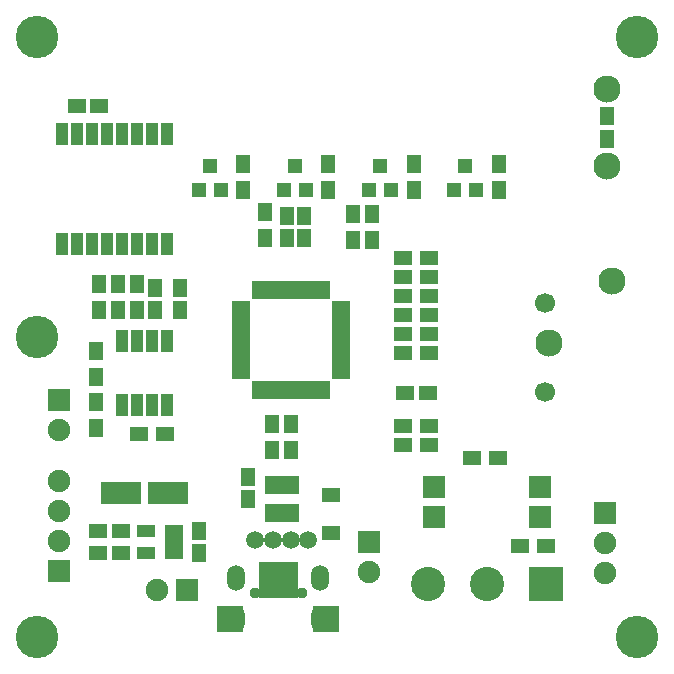
<source format=gbr>
G04 #@! TF.FileFunction,Soldermask,Bot*
%FSLAX46Y46*%
G04 Gerber Fmt 4.6, Leading zero omitted, Abs format (unit mm)*
G04 Created by KiCad (PCBNEW 4.0.2-stable) date 24.08.2018 1:20:05*
%MOMM*%
G01*
G04 APERTURE LIST*
%ADD10C,0.100000*%
%ADD11R,2.300000X2.300000*%
%ADD12C,3.600000*%
%ADD13R,1.600000X1.150000*%
%ADD14R,1.150000X1.600000*%
%ADD15R,3.400000X1.900000*%
%ADD16R,1.500000X1.100000*%
%ADD17R,1.000000X1.900000*%
%ADD18R,1.000000X1.600000*%
%ADD19R,1.600000X1.000000*%
%ADD20R,1.000000X1.950000*%
%ADD21R,1.900000X1.900000*%
%ADD22R,1.600000X1.300000*%
%ADD23R,1.300000X1.600000*%
%ADD24C,2.300000*%
%ADD25R,1.620000X1.310000*%
%ADD26R,1.200000X1.200000*%
%ADD27C,2.900000*%
%ADD28R,2.900000X2.900000*%
%ADD29O,1.900000X1.900000*%
%ADD30C,1.900000*%
%ADD31O,1.500000X2.200000*%
%ADD32R,0.800000X3.100000*%
%ADD33C,0.950000*%
%ADD34C,1.700000*%
%ADD35C,1.500000*%
G04 APERTURE END LIST*
D10*
D11*
X124450000Y-98500000D03*
D12*
X100000000Y-74600000D03*
X150800000Y-100000000D03*
X150800000Y-49200000D03*
X100000000Y-49200000D03*
D13*
X103350000Y-55050000D03*
X105250000Y-55050000D03*
D14*
X121100000Y-66250000D03*
X121100000Y-64350000D03*
X113700000Y-92950000D03*
X113700000Y-91050000D03*
D13*
X107050000Y-92950000D03*
X105150000Y-92950000D03*
X107050000Y-91050000D03*
X105150000Y-91050000D03*
D14*
X112100000Y-72350000D03*
X112100000Y-70450000D03*
X122600000Y-66250000D03*
X122600000Y-64350000D03*
D13*
X131150000Y-79400000D03*
X133050000Y-79400000D03*
D15*
X111048980Y-87800000D03*
X107051020Y-87800000D03*
D14*
X110000000Y-72350000D03*
X110000000Y-70450000D03*
X117800000Y-88350000D03*
X117800000Y-86450000D03*
X148250000Y-57850000D03*
X148250000Y-55950000D03*
D16*
X111600000Y-91050000D03*
X111600000Y-92000000D03*
X111600000Y-92950000D03*
X109200000Y-92950000D03*
X109200000Y-91050000D03*
D17*
X102065000Y-57450000D03*
X103335000Y-57450000D03*
X104605000Y-57450000D03*
X105875000Y-57450000D03*
X107145000Y-57450000D03*
X108415000Y-57450000D03*
X109685000Y-57450000D03*
X110955000Y-57450000D03*
X110955000Y-66750000D03*
X109685000Y-66750000D03*
X108415000Y-66750000D03*
X107145000Y-66750000D03*
X105875000Y-66750000D03*
X104605000Y-66750000D03*
X103335000Y-66750000D03*
X102065000Y-66750000D03*
D18*
X118700000Y-70650000D03*
X119500000Y-70650000D03*
X120300000Y-70650000D03*
X121100000Y-70650000D03*
X121900000Y-70650000D03*
X122700000Y-70650000D03*
X123500000Y-70650000D03*
X124300000Y-70650000D03*
D19*
X125750000Y-72100000D03*
X125750000Y-72900000D03*
X125750000Y-73700000D03*
X125750000Y-74500000D03*
X125750000Y-75300000D03*
X125750000Y-76100000D03*
X125750000Y-76900000D03*
X125750000Y-77700000D03*
D18*
X124300000Y-79150000D03*
X123500000Y-79150000D03*
X122700000Y-79150000D03*
X121900000Y-79150000D03*
X121100000Y-79150000D03*
X120300000Y-79150000D03*
X119500000Y-79150000D03*
X118700000Y-79150000D03*
D19*
X117250000Y-77700000D03*
X117250000Y-76900000D03*
X117250000Y-76100000D03*
X117250000Y-75300000D03*
X117250000Y-74500000D03*
X117250000Y-73700000D03*
X117250000Y-72900000D03*
X117250000Y-72100000D03*
D20*
X110955000Y-80350000D03*
X109685000Y-80350000D03*
X108415000Y-80350000D03*
X107145000Y-80350000D03*
X107145000Y-74950000D03*
X108415000Y-74950000D03*
X109685000Y-74950000D03*
X110955000Y-74950000D03*
D21*
X142600000Y-89870000D03*
X142600000Y-87330000D03*
X133600000Y-89870000D03*
X133600000Y-87330000D03*
D22*
X139000000Y-84850000D03*
X136800000Y-84850000D03*
X140900000Y-92350000D03*
X143100000Y-92350000D03*
D23*
X119300000Y-66250000D03*
X119300000Y-64050000D03*
X106850000Y-72350000D03*
X106850000Y-70150000D03*
X105250000Y-72350000D03*
X105250000Y-70150000D03*
X105000000Y-78050000D03*
X105000000Y-75850000D03*
X105000000Y-80150000D03*
X105000000Y-82350000D03*
X117450000Y-59950000D03*
X117450000Y-62150000D03*
X124650000Y-59950000D03*
X124650000Y-62150000D03*
X131850000Y-59950000D03*
X131850000Y-62150000D03*
X139050000Y-59950000D03*
X139050000Y-62150000D03*
D22*
X110800000Y-82850000D03*
X108600000Y-82850000D03*
D23*
X108450000Y-70150000D03*
X108450000Y-72350000D03*
X126750000Y-66400000D03*
X126750000Y-64200000D03*
D22*
X131000000Y-67950000D03*
X133200000Y-67950000D03*
X131000000Y-71150000D03*
X133200000Y-71150000D03*
X131000000Y-74350000D03*
X133200000Y-74350000D03*
X131000000Y-82150000D03*
X133200000Y-82150000D03*
X131000000Y-69550000D03*
X133200000Y-69550000D03*
X131000000Y-72750000D03*
X133200000Y-72750000D03*
X131000000Y-75950000D03*
X133200000Y-75950000D03*
X131000000Y-83750000D03*
X133200000Y-83750000D03*
D23*
X121500000Y-82000000D03*
X121500000Y-84200000D03*
X119900000Y-82000000D03*
X119900000Y-84200000D03*
X128350000Y-66400000D03*
X128350000Y-64200000D03*
D24*
X148250000Y-53650000D03*
X148250000Y-60150000D03*
D18*
X121650000Y-89500000D03*
X120700000Y-89500000D03*
X119750000Y-89500000D03*
X121650000Y-87200000D03*
X120700000Y-87200000D03*
X119750000Y-87200000D03*
D25*
X124850000Y-87965000D03*
X124850000Y-91235000D03*
D26*
X115550000Y-62150000D03*
X113650000Y-62150000D03*
X114600000Y-60150000D03*
X122750000Y-62150000D03*
X120850000Y-62150000D03*
X121800000Y-60150000D03*
X129950000Y-62150000D03*
X128050000Y-62150000D03*
X129000000Y-60150000D03*
X137150000Y-62150000D03*
X135250000Y-62150000D03*
X136200000Y-60150000D03*
D24*
X148653301Y-69846699D03*
X143350000Y-75150000D03*
D27*
X133100000Y-95500000D03*
X138100000Y-95500000D03*
D28*
X143100000Y-95500000D03*
D21*
X128100000Y-92000000D03*
D29*
X128100000Y-94540000D03*
D21*
X148100000Y-89500000D03*
D30*
X148100000Y-92040000D03*
X148100000Y-94580000D03*
D21*
X112700000Y-96050000D03*
D29*
X110160000Y-96050000D03*
D21*
X101800000Y-80000000D03*
D29*
X101800000Y-82540000D03*
D21*
X101800000Y-94400000D03*
D29*
X101800000Y-91860000D03*
X101800000Y-89320000D03*
X101800000Y-86780000D03*
D31*
X116825000Y-95010000D03*
X123975000Y-95010000D03*
X116825000Y-98480000D03*
D32*
X121700000Y-95170000D03*
X121050000Y-95170000D03*
X119100000Y-95170000D03*
X119750000Y-95170000D03*
D33*
X118400000Y-96330000D03*
X122400000Y-96330000D03*
D32*
X120400000Y-95170000D03*
D31*
X123975000Y-98480000D03*
D12*
X100000000Y-100000000D03*
D34*
X142950000Y-71750000D03*
X142950000Y-79250000D03*
D11*
X116350000Y-98500000D03*
D35*
X122950000Y-91850000D03*
X121450000Y-91850000D03*
X119950000Y-91850000D03*
X118450000Y-91850000D03*
M02*

</source>
